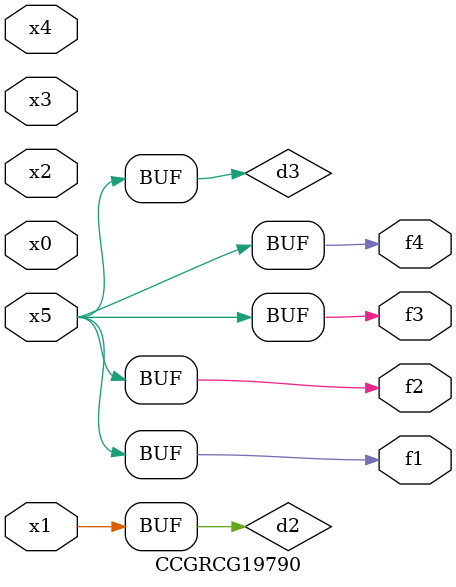
<source format=v>
module CCGRCG19790(
	input x0, x1, x2, x3, x4, x5,
	output f1, f2, f3, f4
);

	wire d1, d2, d3;

	not (d1, x5);
	or (d2, x1);
	xnor (d3, d1);
	assign f1 = d3;
	assign f2 = d3;
	assign f3 = d3;
	assign f4 = d3;
endmodule

</source>
